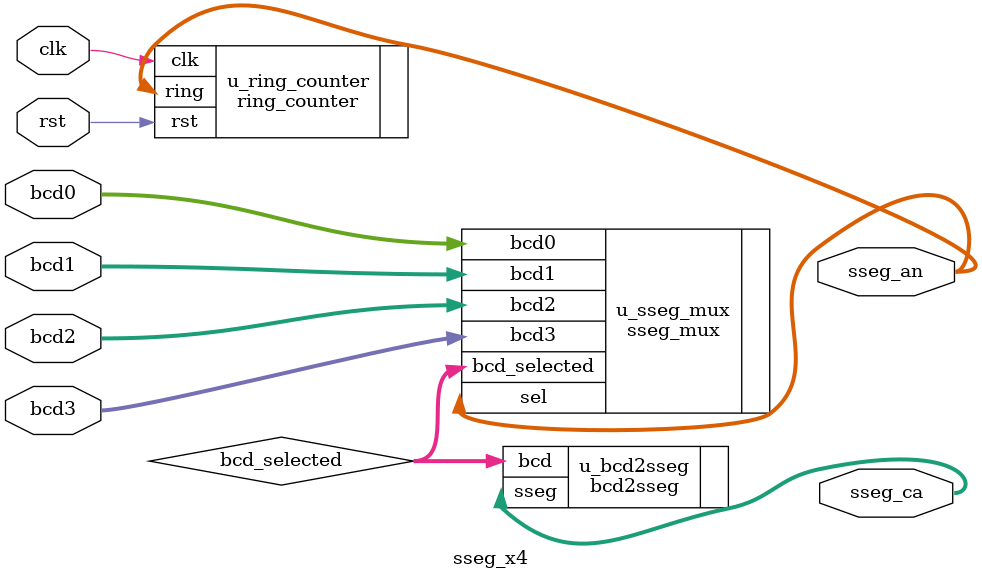
<source format=v>
`timescale 1ns / 1ps
/******************************************************************************
 * (C) Copyright 2016 AGH UST All Rights Reserved
 *
 * MODULE:    sseg_x4
 * DEVICE:    general
 * PROJECT:   stopwatch
 *
 * ABSTRACT:  This module provides the control signals for 4-digit 7-segment
 *            display unit with common anode. BCD inputs are multiplexed
 *            with given input clk frequency.
 *
 * HISTORY:
 * 1 Jan 2016, RS - initial version
 * 4 Jan 2016, RS - removed clock divider
 * 19 Dec 2018, JI - added 4th digit - bcd3
 *******************************************************************************/
module sseg_x4 (
        input  wire       clk, // posedge active clock, 100 MHz
        input  wire       rst,       // async reset active HIGH
        input  wire [3:0] bcd0,      // bcd inputs
        input  wire [3:0] bcd1,
        input  wire [3:0] bcd2,
        input  wire [3:0] bcd3,

        // outputs for 7-segment display control
        output wire [6:0] sseg_ca,   // 7-segment control (active LOW)
        output wire [3:0] sseg_an    // anode control (active LOW)
    );
//------------------------------------------------------------------------------

    wire [3:0] bcd_selected; // code selected for display

//------------------------------------------------------------------------------
// ring oscillator for multiplexing the displayed digits

    ring_counter
    #(
        .SIZE(4),          // 4-bit ring counter
        .INIT_VAL(4'b1110) // with single rotating 0
    )
    u_ring_counter
    (
        .clk(clk),
        .rst(rst),
        .ring(sseg_an)
    );

//------------------------------------------------------------------------------
// multiplexing BCD codes to single output

    sseg_mux u_sseg_mux
    (
        .sel(sseg_an),
        .bcd0(bcd0),
        .bcd1(bcd1),
        .bcd2(bcd2),
        .bcd3(bcd3),
        .bcd_selected(bcd_selected)
    );

//------------------------------------------------------------------------------
// converting BCD code to 7-segment display

    bcd2sseg u_bcd2sseg
    (
        .bcd (bcd_selected),
        .sseg(sseg_ca)
    );

//------------------------------------------------------------------------------

endmodule

</source>
